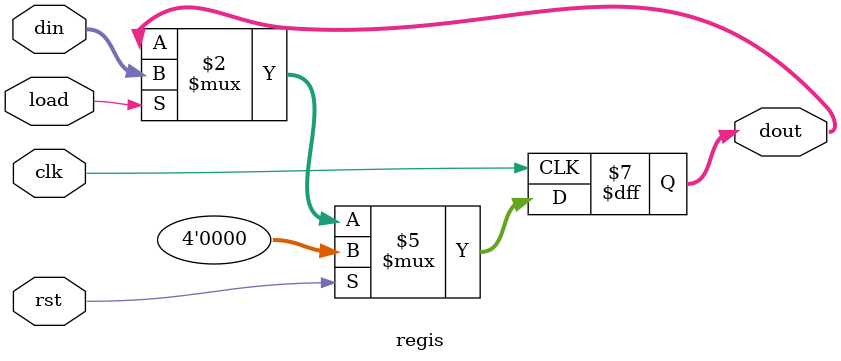
<source format=v>
`timescale 1ns / 1ps


module regis(
input rst,clk, load,
input [3:0] din,
output reg [3:0] dout
    );
    
    
    always @ (posedge clk)
    begin
      if(rst)
        dout <= 4'd0;
      else
        begin
          if(load)
            dout <= din;
        
        end
    
    end
endmodule

</source>
